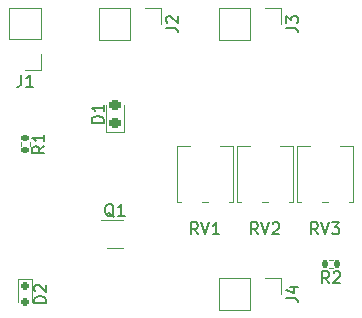
<source format=gbr>
%TF.GenerationSoftware,KiCad,Pcbnew,7.0.7*%
%TF.CreationDate,2023-09-26T16:23:54+08:00*%
%TF.ProjectId,led,6c65642e-6b69-4636-9164-5f7063625858,rev?*%
%TF.SameCoordinates,Original*%
%TF.FileFunction,Legend,Top*%
%TF.FilePolarity,Positive*%
%FSLAX46Y46*%
G04 Gerber Fmt 4.6, Leading zero omitted, Abs format (unit mm)*
G04 Created by KiCad (PCBNEW 7.0.7) date 2023-09-26 16:23:54*
%MOMM*%
%LPD*%
G01*
G04 APERTURE LIST*
G04 Aperture macros list*
%AMRoundRect*
0 Rectangle with rounded corners*
0 $1 Rounding radius*
0 $2 $3 $4 $5 $6 $7 $8 $9 X,Y pos of 4 corners*
0 Add a 4 corners polygon primitive as box body*
4,1,4,$2,$3,$4,$5,$6,$7,$8,$9,$2,$3,0*
0 Add four circle primitives for the rounded corners*
1,1,$1+$1,$2,$3*
1,1,$1+$1,$4,$5*
1,1,$1+$1,$6,$7*
1,1,$1+$1,$8,$9*
0 Add four rect primitives between the rounded corners*
20,1,$1+$1,$2,$3,$4,$5,0*
20,1,$1+$1,$4,$5,$6,$7,0*
20,1,$1+$1,$6,$7,$8,$9,0*
20,1,$1+$1,$8,$9,$2,$3,0*%
G04 Aperture macros list end*
%ADD10C,0.150000*%
%ADD11C,0.120000*%
%ADD12R,1.300000X1.300000*%
%ADD13R,2.000000X1.300000*%
%ADD14RoundRect,0.135000X0.135000X0.185000X-0.135000X0.185000X-0.135000X-0.185000X0.135000X-0.185000X0*%
%ADD15RoundRect,0.135000X-0.185000X0.135000X-0.185000X-0.135000X0.185000X-0.135000X0.185000X0.135000X0*%
%ADD16RoundRect,0.218750X0.256250X-0.218750X0.256250X0.218750X-0.256250X0.218750X-0.256250X-0.218750X0*%
%ADD17RoundRect,0.150000X0.200000X-0.150000X0.200000X0.150000X-0.200000X0.150000X-0.200000X-0.150000X0*%
%ADD18R,1.700000X1.700000*%
%ADD19O,1.700000X1.700000*%
%ADD20R,0.650000X0.400000*%
G04 APERTURE END LIST*
D10*
X52744761Y-48284819D02*
X52411428Y-47808628D01*
X52173333Y-48284819D02*
X52173333Y-47284819D01*
X52173333Y-47284819D02*
X52554285Y-47284819D01*
X52554285Y-47284819D02*
X52649523Y-47332438D01*
X52649523Y-47332438D02*
X52697142Y-47380057D01*
X52697142Y-47380057D02*
X52744761Y-47475295D01*
X52744761Y-47475295D02*
X52744761Y-47618152D01*
X52744761Y-47618152D02*
X52697142Y-47713390D01*
X52697142Y-47713390D02*
X52649523Y-47761009D01*
X52649523Y-47761009D02*
X52554285Y-47808628D01*
X52554285Y-47808628D02*
X52173333Y-47808628D01*
X53030476Y-47284819D02*
X53363809Y-48284819D01*
X53363809Y-48284819D02*
X53697142Y-47284819D01*
X53982857Y-47380057D02*
X54030476Y-47332438D01*
X54030476Y-47332438D02*
X54125714Y-47284819D01*
X54125714Y-47284819D02*
X54363809Y-47284819D01*
X54363809Y-47284819D02*
X54459047Y-47332438D01*
X54459047Y-47332438D02*
X54506666Y-47380057D01*
X54506666Y-47380057D02*
X54554285Y-47475295D01*
X54554285Y-47475295D02*
X54554285Y-47570533D01*
X54554285Y-47570533D02*
X54506666Y-47713390D01*
X54506666Y-47713390D02*
X53935238Y-48284819D01*
X53935238Y-48284819D02*
X54554285Y-48284819D01*
X58763333Y-52424819D02*
X58430000Y-51948628D01*
X58191905Y-52424819D02*
X58191905Y-51424819D01*
X58191905Y-51424819D02*
X58572857Y-51424819D01*
X58572857Y-51424819D02*
X58668095Y-51472438D01*
X58668095Y-51472438D02*
X58715714Y-51520057D01*
X58715714Y-51520057D02*
X58763333Y-51615295D01*
X58763333Y-51615295D02*
X58763333Y-51758152D01*
X58763333Y-51758152D02*
X58715714Y-51853390D01*
X58715714Y-51853390D02*
X58668095Y-51901009D01*
X58668095Y-51901009D02*
X58572857Y-51948628D01*
X58572857Y-51948628D02*
X58191905Y-51948628D01*
X59144286Y-51520057D02*
X59191905Y-51472438D01*
X59191905Y-51472438D02*
X59287143Y-51424819D01*
X59287143Y-51424819D02*
X59525238Y-51424819D01*
X59525238Y-51424819D02*
X59620476Y-51472438D01*
X59620476Y-51472438D02*
X59668095Y-51520057D01*
X59668095Y-51520057D02*
X59715714Y-51615295D01*
X59715714Y-51615295D02*
X59715714Y-51710533D01*
X59715714Y-51710533D02*
X59668095Y-51853390D01*
X59668095Y-51853390D02*
X59096667Y-52424819D01*
X59096667Y-52424819D02*
X59715714Y-52424819D01*
X34644819Y-40806666D02*
X34168628Y-41139999D01*
X34644819Y-41378094D02*
X33644819Y-41378094D01*
X33644819Y-41378094D02*
X33644819Y-40997142D01*
X33644819Y-40997142D02*
X33692438Y-40901904D01*
X33692438Y-40901904D02*
X33740057Y-40854285D01*
X33740057Y-40854285D02*
X33835295Y-40806666D01*
X33835295Y-40806666D02*
X33978152Y-40806666D01*
X33978152Y-40806666D02*
X34073390Y-40854285D01*
X34073390Y-40854285D02*
X34121009Y-40901904D01*
X34121009Y-40901904D02*
X34168628Y-40997142D01*
X34168628Y-40997142D02*
X34168628Y-41378094D01*
X34644819Y-39854285D02*
X34644819Y-40425713D01*
X34644819Y-40139999D02*
X33644819Y-40139999D01*
X33644819Y-40139999D02*
X33787676Y-40235237D01*
X33787676Y-40235237D02*
X33882914Y-40330475D01*
X33882914Y-40330475D02*
X33930533Y-40425713D01*
X39664819Y-38838094D02*
X38664819Y-38838094D01*
X38664819Y-38838094D02*
X38664819Y-38599999D01*
X38664819Y-38599999D02*
X38712438Y-38457142D01*
X38712438Y-38457142D02*
X38807676Y-38361904D01*
X38807676Y-38361904D02*
X38902914Y-38314285D01*
X38902914Y-38314285D02*
X39093390Y-38266666D01*
X39093390Y-38266666D02*
X39236247Y-38266666D01*
X39236247Y-38266666D02*
X39426723Y-38314285D01*
X39426723Y-38314285D02*
X39521961Y-38361904D01*
X39521961Y-38361904D02*
X39617200Y-38457142D01*
X39617200Y-38457142D02*
X39664819Y-38599999D01*
X39664819Y-38599999D02*
X39664819Y-38838094D01*
X39664819Y-37314285D02*
X39664819Y-37885713D01*
X39664819Y-37599999D02*
X38664819Y-37599999D01*
X38664819Y-37599999D02*
X38807676Y-37695237D01*
X38807676Y-37695237D02*
X38902914Y-37790475D01*
X38902914Y-37790475D02*
X38950533Y-37885713D01*
X47664761Y-48284819D02*
X47331428Y-47808628D01*
X47093333Y-48284819D02*
X47093333Y-47284819D01*
X47093333Y-47284819D02*
X47474285Y-47284819D01*
X47474285Y-47284819D02*
X47569523Y-47332438D01*
X47569523Y-47332438D02*
X47617142Y-47380057D01*
X47617142Y-47380057D02*
X47664761Y-47475295D01*
X47664761Y-47475295D02*
X47664761Y-47618152D01*
X47664761Y-47618152D02*
X47617142Y-47713390D01*
X47617142Y-47713390D02*
X47569523Y-47761009D01*
X47569523Y-47761009D02*
X47474285Y-47808628D01*
X47474285Y-47808628D02*
X47093333Y-47808628D01*
X47950476Y-47284819D02*
X48283809Y-48284819D01*
X48283809Y-48284819D02*
X48617142Y-47284819D01*
X49474285Y-48284819D02*
X48902857Y-48284819D01*
X49188571Y-48284819D02*
X49188571Y-47284819D01*
X49188571Y-47284819D02*
X49093333Y-47427676D01*
X49093333Y-47427676D02*
X48998095Y-47522914D01*
X48998095Y-47522914D02*
X48902857Y-47570533D01*
X34774819Y-54078094D02*
X33774819Y-54078094D01*
X33774819Y-54078094D02*
X33774819Y-53839999D01*
X33774819Y-53839999D02*
X33822438Y-53697142D01*
X33822438Y-53697142D02*
X33917676Y-53601904D01*
X33917676Y-53601904D02*
X34012914Y-53554285D01*
X34012914Y-53554285D02*
X34203390Y-53506666D01*
X34203390Y-53506666D02*
X34346247Y-53506666D01*
X34346247Y-53506666D02*
X34536723Y-53554285D01*
X34536723Y-53554285D02*
X34631961Y-53601904D01*
X34631961Y-53601904D02*
X34727200Y-53697142D01*
X34727200Y-53697142D02*
X34774819Y-53839999D01*
X34774819Y-53839999D02*
X34774819Y-54078094D01*
X33870057Y-53125713D02*
X33822438Y-53078094D01*
X33822438Y-53078094D02*
X33774819Y-52982856D01*
X33774819Y-52982856D02*
X33774819Y-52744761D01*
X33774819Y-52744761D02*
X33822438Y-52649523D01*
X33822438Y-52649523D02*
X33870057Y-52601904D01*
X33870057Y-52601904D02*
X33965295Y-52554285D01*
X33965295Y-52554285D02*
X34060533Y-52554285D01*
X34060533Y-52554285D02*
X34203390Y-52601904D01*
X34203390Y-52601904D02*
X34774819Y-53173332D01*
X34774819Y-53173332D02*
X34774819Y-52554285D01*
X55124819Y-30813333D02*
X55839104Y-30813333D01*
X55839104Y-30813333D02*
X55981961Y-30860952D01*
X55981961Y-30860952D02*
X56077200Y-30956190D01*
X56077200Y-30956190D02*
X56124819Y-31099047D01*
X56124819Y-31099047D02*
X56124819Y-31194285D01*
X55124819Y-30432380D02*
X55124819Y-29813333D01*
X55124819Y-29813333D02*
X55505771Y-30146666D01*
X55505771Y-30146666D02*
X55505771Y-30003809D01*
X55505771Y-30003809D02*
X55553390Y-29908571D01*
X55553390Y-29908571D02*
X55601009Y-29860952D01*
X55601009Y-29860952D02*
X55696247Y-29813333D01*
X55696247Y-29813333D02*
X55934342Y-29813333D01*
X55934342Y-29813333D02*
X56029580Y-29860952D01*
X56029580Y-29860952D02*
X56077200Y-29908571D01*
X56077200Y-29908571D02*
X56124819Y-30003809D01*
X56124819Y-30003809D02*
X56124819Y-30289523D01*
X56124819Y-30289523D02*
X56077200Y-30384761D01*
X56077200Y-30384761D02*
X56029580Y-30432380D01*
X57824761Y-48284819D02*
X57491428Y-47808628D01*
X57253333Y-48284819D02*
X57253333Y-47284819D01*
X57253333Y-47284819D02*
X57634285Y-47284819D01*
X57634285Y-47284819D02*
X57729523Y-47332438D01*
X57729523Y-47332438D02*
X57777142Y-47380057D01*
X57777142Y-47380057D02*
X57824761Y-47475295D01*
X57824761Y-47475295D02*
X57824761Y-47618152D01*
X57824761Y-47618152D02*
X57777142Y-47713390D01*
X57777142Y-47713390D02*
X57729523Y-47761009D01*
X57729523Y-47761009D02*
X57634285Y-47808628D01*
X57634285Y-47808628D02*
X57253333Y-47808628D01*
X58110476Y-47284819D02*
X58443809Y-48284819D01*
X58443809Y-48284819D02*
X58777142Y-47284819D01*
X59015238Y-47284819D02*
X59634285Y-47284819D01*
X59634285Y-47284819D02*
X59300952Y-47665771D01*
X59300952Y-47665771D02*
X59443809Y-47665771D01*
X59443809Y-47665771D02*
X59539047Y-47713390D01*
X59539047Y-47713390D02*
X59586666Y-47761009D01*
X59586666Y-47761009D02*
X59634285Y-47856247D01*
X59634285Y-47856247D02*
X59634285Y-48094342D01*
X59634285Y-48094342D02*
X59586666Y-48189580D01*
X59586666Y-48189580D02*
X59539047Y-48237200D01*
X59539047Y-48237200D02*
X59443809Y-48284819D01*
X59443809Y-48284819D02*
X59158095Y-48284819D01*
X59158095Y-48284819D02*
X59062857Y-48237200D01*
X59062857Y-48237200D02*
X59015238Y-48189580D01*
X32686666Y-34804819D02*
X32686666Y-35519104D01*
X32686666Y-35519104D02*
X32639047Y-35661961D01*
X32639047Y-35661961D02*
X32543809Y-35757200D01*
X32543809Y-35757200D02*
X32400952Y-35804819D01*
X32400952Y-35804819D02*
X32305714Y-35804819D01*
X33686666Y-35804819D02*
X33115238Y-35804819D01*
X33400952Y-35804819D02*
X33400952Y-34804819D01*
X33400952Y-34804819D02*
X33305714Y-34947676D01*
X33305714Y-34947676D02*
X33210476Y-35042914D01*
X33210476Y-35042914D02*
X33115238Y-35090533D01*
X40544761Y-46810057D02*
X40449523Y-46762438D01*
X40449523Y-46762438D02*
X40354285Y-46667200D01*
X40354285Y-46667200D02*
X40211428Y-46524342D01*
X40211428Y-46524342D02*
X40116190Y-46476723D01*
X40116190Y-46476723D02*
X40020952Y-46476723D01*
X40068571Y-46714819D02*
X39973333Y-46667200D01*
X39973333Y-46667200D02*
X39878095Y-46571961D01*
X39878095Y-46571961D02*
X39830476Y-46381485D01*
X39830476Y-46381485D02*
X39830476Y-46048152D01*
X39830476Y-46048152D02*
X39878095Y-45857676D01*
X39878095Y-45857676D02*
X39973333Y-45762438D01*
X39973333Y-45762438D02*
X40068571Y-45714819D01*
X40068571Y-45714819D02*
X40259047Y-45714819D01*
X40259047Y-45714819D02*
X40354285Y-45762438D01*
X40354285Y-45762438D02*
X40449523Y-45857676D01*
X40449523Y-45857676D02*
X40497142Y-46048152D01*
X40497142Y-46048152D02*
X40497142Y-46381485D01*
X40497142Y-46381485D02*
X40449523Y-46571961D01*
X40449523Y-46571961D02*
X40354285Y-46667200D01*
X40354285Y-46667200D02*
X40259047Y-46714819D01*
X40259047Y-46714819D02*
X40068571Y-46714819D01*
X41449523Y-46714819D02*
X40878095Y-46714819D01*
X41163809Y-46714819D02*
X41163809Y-45714819D01*
X41163809Y-45714819D02*
X41068571Y-45857676D01*
X41068571Y-45857676D02*
X40973333Y-45952914D01*
X40973333Y-45952914D02*
X40878095Y-46000533D01*
X44964819Y-30813333D02*
X45679104Y-30813333D01*
X45679104Y-30813333D02*
X45821961Y-30860952D01*
X45821961Y-30860952D02*
X45917200Y-30956190D01*
X45917200Y-30956190D02*
X45964819Y-31099047D01*
X45964819Y-31099047D02*
X45964819Y-31194285D01*
X45060057Y-30384761D02*
X45012438Y-30337142D01*
X45012438Y-30337142D02*
X44964819Y-30241904D01*
X44964819Y-30241904D02*
X44964819Y-30003809D01*
X44964819Y-30003809D02*
X45012438Y-29908571D01*
X45012438Y-29908571D02*
X45060057Y-29860952D01*
X45060057Y-29860952D02*
X45155295Y-29813333D01*
X45155295Y-29813333D02*
X45250533Y-29813333D01*
X45250533Y-29813333D02*
X45393390Y-29860952D01*
X45393390Y-29860952D02*
X45964819Y-30432380D01*
X45964819Y-30432380D02*
X45964819Y-29813333D01*
X55124819Y-53673333D02*
X55839104Y-53673333D01*
X55839104Y-53673333D02*
X55981961Y-53720952D01*
X55981961Y-53720952D02*
X56077200Y-53816190D01*
X56077200Y-53816190D02*
X56124819Y-53959047D01*
X56124819Y-53959047D02*
X56124819Y-54054285D01*
X55458152Y-52768571D02*
X56124819Y-52768571D01*
X55077200Y-53006666D02*
X55791485Y-53244761D01*
X55791485Y-53244761D02*
X55791485Y-52625714D01*
D11*
%TO.C,RV2*%
X55710000Y-45550000D02*
X55710000Y-40810000D01*
X55710000Y-45550000D02*
X55379000Y-45550000D01*
X55710000Y-40810000D02*
X54580000Y-40810000D01*
X53599000Y-45550000D02*
X53080000Y-45550000D01*
X52100000Y-40810000D02*
X50970000Y-40810000D01*
X51300000Y-45550000D02*
X50970000Y-45550000D01*
X50970000Y-45550000D02*
X50970000Y-40810000D01*
%TO.C,R2*%
X59083641Y-51180000D02*
X58776359Y-51180000D01*
X59083641Y-50420000D02*
X58776359Y-50420000D01*
%TO.C,R1*%
X33400000Y-40486359D02*
X33400000Y-40793641D01*
X32640000Y-40486359D02*
X32640000Y-40793641D01*
%TO.C,D1*%
X39905000Y-39585000D02*
X41375000Y-39585000D01*
X41375000Y-39585000D02*
X41375000Y-37300000D01*
X39905000Y-37300000D02*
X39905000Y-39585000D01*
%TO.C,RV1*%
X50630000Y-45550000D02*
X50630000Y-40810000D01*
X50630000Y-45550000D02*
X50299000Y-45550000D01*
X50630000Y-40810000D02*
X49500000Y-40810000D01*
X48519000Y-45550000D02*
X48000000Y-45550000D01*
X47020000Y-40810000D02*
X45890000Y-40810000D01*
X46220000Y-45550000D02*
X45890000Y-45550000D01*
X45890000Y-45550000D02*
X45890000Y-40810000D01*
%TO.C,D2*%
X33620000Y-52080000D02*
X32420000Y-52080000D01*
X33620000Y-54040000D02*
X33620000Y-52080000D01*
X32420000Y-54040000D02*
X32420000Y-52080000D01*
%TO.C,J3*%
X54670000Y-29150000D02*
X54670000Y-30480000D01*
X53340000Y-29150000D02*
X54670000Y-29150000D01*
X52070000Y-29150000D02*
X49470000Y-29150000D01*
X52070000Y-29150000D02*
X52070000Y-31810000D01*
X49470000Y-29150000D02*
X49470000Y-31810000D01*
X52070000Y-31810000D02*
X49470000Y-31810000D01*
%TO.C,RV3*%
X60790000Y-45550000D02*
X60790000Y-40810000D01*
X60790000Y-45550000D02*
X60459000Y-45550000D01*
X60790000Y-40810000D02*
X59660000Y-40810000D01*
X58679000Y-45550000D02*
X58160000Y-45550000D01*
X57180000Y-40810000D02*
X56050000Y-40810000D01*
X56380000Y-45550000D02*
X56050000Y-45550000D01*
X56050000Y-45550000D02*
X56050000Y-40810000D01*
%TO.C,J1*%
X34350000Y-34350000D02*
X33020000Y-34350000D01*
X34350000Y-33020000D02*
X34350000Y-34350000D01*
X34350000Y-31750000D02*
X34350000Y-29150000D01*
X34350000Y-31750000D02*
X31690000Y-31750000D01*
X34350000Y-29150000D02*
X31690000Y-29150000D01*
X31690000Y-31750000D02*
X31690000Y-29150000D01*
%TO.C,Q1*%
X39940000Y-49420000D02*
X41340000Y-49420000D01*
X41340000Y-47100000D02*
X39440000Y-47100000D01*
%TO.C,J2*%
X44510000Y-29150000D02*
X44510000Y-30480000D01*
X43180000Y-29150000D02*
X44510000Y-29150000D01*
X41910000Y-29150000D02*
X39310000Y-29150000D01*
X41910000Y-29150000D02*
X41910000Y-31810000D01*
X39310000Y-29150000D02*
X39310000Y-31810000D01*
X41910000Y-31810000D02*
X39310000Y-31810000D01*
%TO.C,J4*%
X54670000Y-52010000D02*
X54670000Y-53340000D01*
X53340000Y-52010000D02*
X54670000Y-52010000D01*
X52070000Y-52010000D02*
X49470000Y-52010000D01*
X52070000Y-52010000D02*
X52070000Y-54670000D01*
X49470000Y-52010000D02*
X49470000Y-54670000D01*
X52070000Y-54670000D02*
X49470000Y-54670000D01*
%TD*%
%LPC*%
D12*
%TO.C,RV2*%
X52190000Y-45930000D03*
D13*
X53340000Y-40430000D03*
D12*
X54490000Y-45930000D03*
%TD*%
D14*
%TO.C,R2*%
X59440000Y-50800000D03*
X58420000Y-50800000D03*
%TD*%
D15*
%TO.C,R1*%
X33020000Y-40130000D03*
X33020000Y-41150000D03*
%TD*%
D16*
%TO.C,D1*%
X40640000Y-38887500D03*
X40640000Y-37312500D03*
%TD*%
D12*
%TO.C,RV1*%
X47110000Y-45930000D03*
D13*
X48260000Y-40430000D03*
D12*
X49410000Y-45930000D03*
%TD*%
D17*
%TO.C,D2*%
X33020000Y-52640000D03*
X33020000Y-54040000D03*
%TD*%
D18*
%TO.C,J3*%
X53340000Y-30480000D03*
D19*
X50800000Y-30480000D03*
%TD*%
D12*
%TO.C,RV3*%
X57270000Y-45930000D03*
D13*
X58420000Y-40430000D03*
D12*
X59570000Y-45930000D03*
%TD*%
D18*
%TO.C,J1*%
X33020000Y-33020000D03*
D19*
X33020000Y-30480000D03*
%TD*%
D20*
%TO.C,Q1*%
X39690000Y-47610000D03*
X39690000Y-48260000D03*
X39690000Y-48910000D03*
X41590000Y-48910000D03*
X41590000Y-48260000D03*
X41590000Y-47610000D03*
%TD*%
D18*
%TO.C,J2*%
X43180000Y-30480000D03*
D19*
X40640000Y-30480000D03*
%TD*%
D18*
%TO.C,J4*%
X53340000Y-53340000D03*
D19*
X50800000Y-53340000D03*
%TD*%
%LPD*%
M02*

</source>
